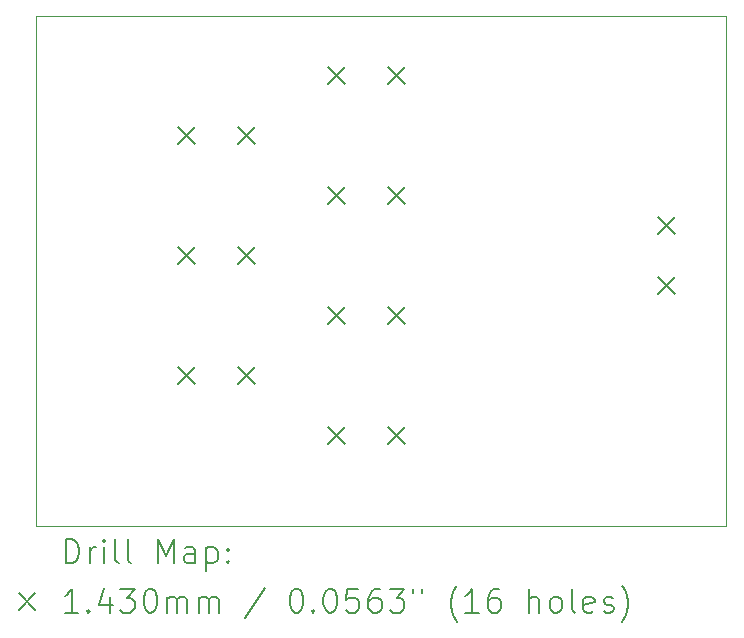
<source format=gbr>
%TF.GenerationSoftware,KiCad,Pcbnew,(6.0.9)*%
%TF.CreationDate,2022-12-20T19:21:58-08:00*%
%TF.ProjectId,light_distribution,6c696768-745f-4646-9973-747269627574,rev?*%
%TF.SameCoordinates,Original*%
%TF.FileFunction,Drillmap*%
%TF.FilePolarity,Positive*%
%FSLAX45Y45*%
G04 Gerber Fmt 4.5, Leading zero omitted, Abs format (unit mm)*
G04 Created by KiCad (PCBNEW (6.0.9)) date 2022-12-20 19:21:58*
%MOMM*%
%LPD*%
G01*
G04 APERTURE LIST*
%ADD10C,0.100000*%
%ADD11C,0.200000*%
%ADD12C,0.143000*%
G04 APERTURE END LIST*
D10*
X10922000Y-7620000D02*
X16764000Y-7620000D01*
X16764000Y-7620000D02*
X16764000Y-11938000D01*
X16764000Y-11938000D02*
X10922000Y-11938000D01*
X10922000Y-11938000D02*
X10922000Y-7620000D01*
D11*
D12*
X12120500Y-8564500D02*
X12263500Y-8707500D01*
X12263500Y-8564500D02*
X12120500Y-8707500D01*
X12120500Y-9580500D02*
X12263500Y-9723500D01*
X12263500Y-9580500D02*
X12120500Y-9723500D01*
X12120500Y-10596500D02*
X12263500Y-10739500D01*
X12263500Y-10596500D02*
X12120500Y-10739500D01*
X12628500Y-8564500D02*
X12771500Y-8707500D01*
X12771500Y-8564500D02*
X12628500Y-8707500D01*
X12628500Y-9580500D02*
X12771500Y-9723500D01*
X12771500Y-9580500D02*
X12628500Y-9723500D01*
X12628500Y-10596500D02*
X12771500Y-10739500D01*
X12771500Y-10596500D02*
X12628500Y-10739500D01*
X13390500Y-8056500D02*
X13533500Y-8199500D01*
X13533500Y-8056500D02*
X13390500Y-8199500D01*
X13390500Y-9072500D02*
X13533500Y-9215500D01*
X13533500Y-9072500D02*
X13390500Y-9215500D01*
X13390500Y-10088500D02*
X13533500Y-10231500D01*
X13533500Y-10088500D02*
X13390500Y-10231500D01*
X13390500Y-11104500D02*
X13533500Y-11247500D01*
X13533500Y-11104500D02*
X13390500Y-11247500D01*
X13898500Y-8056500D02*
X14041500Y-8199500D01*
X14041500Y-8056500D02*
X13898500Y-8199500D01*
X13898500Y-9072500D02*
X14041500Y-9215500D01*
X14041500Y-9072500D02*
X13898500Y-9215500D01*
X13898500Y-10088500D02*
X14041500Y-10231500D01*
X14041500Y-10088500D02*
X13898500Y-10231500D01*
X13898500Y-11104500D02*
X14041500Y-11247500D01*
X14041500Y-11104500D02*
X13898500Y-11247500D01*
X16184500Y-9326500D02*
X16327500Y-9469500D01*
X16327500Y-9326500D02*
X16184500Y-9469500D01*
X16184500Y-9834500D02*
X16327500Y-9977500D01*
X16327500Y-9834500D02*
X16184500Y-9977500D01*
D11*
X11174619Y-12253476D02*
X11174619Y-12053476D01*
X11222238Y-12053476D01*
X11250809Y-12063000D01*
X11269857Y-12082048D01*
X11279381Y-12101095D01*
X11288905Y-12139190D01*
X11288905Y-12167762D01*
X11279381Y-12205857D01*
X11269857Y-12224905D01*
X11250809Y-12243952D01*
X11222238Y-12253476D01*
X11174619Y-12253476D01*
X11374619Y-12253476D02*
X11374619Y-12120143D01*
X11374619Y-12158238D02*
X11384143Y-12139190D01*
X11393667Y-12129667D01*
X11412714Y-12120143D01*
X11431762Y-12120143D01*
X11498428Y-12253476D02*
X11498428Y-12120143D01*
X11498428Y-12053476D02*
X11488905Y-12063000D01*
X11498428Y-12072524D01*
X11507952Y-12063000D01*
X11498428Y-12053476D01*
X11498428Y-12072524D01*
X11622238Y-12253476D02*
X11603190Y-12243952D01*
X11593667Y-12224905D01*
X11593667Y-12053476D01*
X11727000Y-12253476D02*
X11707952Y-12243952D01*
X11698428Y-12224905D01*
X11698428Y-12053476D01*
X11955571Y-12253476D02*
X11955571Y-12053476D01*
X12022238Y-12196333D01*
X12088905Y-12053476D01*
X12088905Y-12253476D01*
X12269857Y-12253476D02*
X12269857Y-12148714D01*
X12260333Y-12129667D01*
X12241286Y-12120143D01*
X12203190Y-12120143D01*
X12184143Y-12129667D01*
X12269857Y-12243952D02*
X12250809Y-12253476D01*
X12203190Y-12253476D01*
X12184143Y-12243952D01*
X12174619Y-12224905D01*
X12174619Y-12205857D01*
X12184143Y-12186809D01*
X12203190Y-12177286D01*
X12250809Y-12177286D01*
X12269857Y-12167762D01*
X12365095Y-12120143D02*
X12365095Y-12320143D01*
X12365095Y-12129667D02*
X12384143Y-12120143D01*
X12422238Y-12120143D01*
X12441286Y-12129667D01*
X12450809Y-12139190D01*
X12460333Y-12158238D01*
X12460333Y-12215381D01*
X12450809Y-12234428D01*
X12441286Y-12243952D01*
X12422238Y-12253476D01*
X12384143Y-12253476D01*
X12365095Y-12243952D01*
X12546048Y-12234428D02*
X12555571Y-12243952D01*
X12546048Y-12253476D01*
X12536524Y-12243952D01*
X12546048Y-12234428D01*
X12546048Y-12253476D01*
X12546048Y-12129667D02*
X12555571Y-12139190D01*
X12546048Y-12148714D01*
X12536524Y-12139190D01*
X12546048Y-12129667D01*
X12546048Y-12148714D01*
D12*
X10774000Y-12511500D02*
X10917000Y-12654500D01*
X10917000Y-12511500D02*
X10774000Y-12654500D01*
D11*
X11279381Y-12673476D02*
X11165095Y-12673476D01*
X11222238Y-12673476D02*
X11222238Y-12473476D01*
X11203190Y-12502048D01*
X11184143Y-12521095D01*
X11165095Y-12530619D01*
X11365095Y-12654428D02*
X11374619Y-12663952D01*
X11365095Y-12673476D01*
X11355571Y-12663952D01*
X11365095Y-12654428D01*
X11365095Y-12673476D01*
X11546048Y-12540143D02*
X11546048Y-12673476D01*
X11498428Y-12463952D02*
X11450809Y-12606809D01*
X11574619Y-12606809D01*
X11631762Y-12473476D02*
X11755571Y-12473476D01*
X11688905Y-12549667D01*
X11717476Y-12549667D01*
X11736524Y-12559190D01*
X11746048Y-12568714D01*
X11755571Y-12587762D01*
X11755571Y-12635381D01*
X11746048Y-12654428D01*
X11736524Y-12663952D01*
X11717476Y-12673476D01*
X11660333Y-12673476D01*
X11641286Y-12663952D01*
X11631762Y-12654428D01*
X11879381Y-12473476D02*
X11898428Y-12473476D01*
X11917476Y-12483000D01*
X11927000Y-12492524D01*
X11936524Y-12511571D01*
X11946048Y-12549667D01*
X11946048Y-12597286D01*
X11936524Y-12635381D01*
X11927000Y-12654428D01*
X11917476Y-12663952D01*
X11898428Y-12673476D01*
X11879381Y-12673476D01*
X11860333Y-12663952D01*
X11850809Y-12654428D01*
X11841286Y-12635381D01*
X11831762Y-12597286D01*
X11831762Y-12549667D01*
X11841286Y-12511571D01*
X11850809Y-12492524D01*
X11860333Y-12483000D01*
X11879381Y-12473476D01*
X12031762Y-12673476D02*
X12031762Y-12540143D01*
X12031762Y-12559190D02*
X12041286Y-12549667D01*
X12060333Y-12540143D01*
X12088905Y-12540143D01*
X12107952Y-12549667D01*
X12117476Y-12568714D01*
X12117476Y-12673476D01*
X12117476Y-12568714D02*
X12127000Y-12549667D01*
X12146048Y-12540143D01*
X12174619Y-12540143D01*
X12193667Y-12549667D01*
X12203190Y-12568714D01*
X12203190Y-12673476D01*
X12298428Y-12673476D02*
X12298428Y-12540143D01*
X12298428Y-12559190D02*
X12307952Y-12549667D01*
X12327000Y-12540143D01*
X12355571Y-12540143D01*
X12374619Y-12549667D01*
X12384143Y-12568714D01*
X12384143Y-12673476D01*
X12384143Y-12568714D02*
X12393667Y-12549667D01*
X12412714Y-12540143D01*
X12441286Y-12540143D01*
X12460333Y-12549667D01*
X12469857Y-12568714D01*
X12469857Y-12673476D01*
X12860333Y-12463952D02*
X12688905Y-12721095D01*
X13117476Y-12473476D02*
X13136524Y-12473476D01*
X13155571Y-12483000D01*
X13165095Y-12492524D01*
X13174619Y-12511571D01*
X13184143Y-12549667D01*
X13184143Y-12597286D01*
X13174619Y-12635381D01*
X13165095Y-12654428D01*
X13155571Y-12663952D01*
X13136524Y-12673476D01*
X13117476Y-12673476D01*
X13098428Y-12663952D01*
X13088905Y-12654428D01*
X13079381Y-12635381D01*
X13069857Y-12597286D01*
X13069857Y-12549667D01*
X13079381Y-12511571D01*
X13088905Y-12492524D01*
X13098428Y-12483000D01*
X13117476Y-12473476D01*
X13269857Y-12654428D02*
X13279381Y-12663952D01*
X13269857Y-12673476D01*
X13260333Y-12663952D01*
X13269857Y-12654428D01*
X13269857Y-12673476D01*
X13403190Y-12473476D02*
X13422238Y-12473476D01*
X13441286Y-12483000D01*
X13450809Y-12492524D01*
X13460333Y-12511571D01*
X13469857Y-12549667D01*
X13469857Y-12597286D01*
X13460333Y-12635381D01*
X13450809Y-12654428D01*
X13441286Y-12663952D01*
X13422238Y-12673476D01*
X13403190Y-12673476D01*
X13384143Y-12663952D01*
X13374619Y-12654428D01*
X13365095Y-12635381D01*
X13355571Y-12597286D01*
X13355571Y-12549667D01*
X13365095Y-12511571D01*
X13374619Y-12492524D01*
X13384143Y-12483000D01*
X13403190Y-12473476D01*
X13650809Y-12473476D02*
X13555571Y-12473476D01*
X13546048Y-12568714D01*
X13555571Y-12559190D01*
X13574619Y-12549667D01*
X13622238Y-12549667D01*
X13641286Y-12559190D01*
X13650809Y-12568714D01*
X13660333Y-12587762D01*
X13660333Y-12635381D01*
X13650809Y-12654428D01*
X13641286Y-12663952D01*
X13622238Y-12673476D01*
X13574619Y-12673476D01*
X13555571Y-12663952D01*
X13546048Y-12654428D01*
X13831762Y-12473476D02*
X13793667Y-12473476D01*
X13774619Y-12483000D01*
X13765095Y-12492524D01*
X13746048Y-12521095D01*
X13736524Y-12559190D01*
X13736524Y-12635381D01*
X13746048Y-12654428D01*
X13755571Y-12663952D01*
X13774619Y-12673476D01*
X13812714Y-12673476D01*
X13831762Y-12663952D01*
X13841286Y-12654428D01*
X13850809Y-12635381D01*
X13850809Y-12587762D01*
X13841286Y-12568714D01*
X13831762Y-12559190D01*
X13812714Y-12549667D01*
X13774619Y-12549667D01*
X13755571Y-12559190D01*
X13746048Y-12568714D01*
X13736524Y-12587762D01*
X13917476Y-12473476D02*
X14041286Y-12473476D01*
X13974619Y-12549667D01*
X14003190Y-12549667D01*
X14022238Y-12559190D01*
X14031762Y-12568714D01*
X14041286Y-12587762D01*
X14041286Y-12635381D01*
X14031762Y-12654428D01*
X14022238Y-12663952D01*
X14003190Y-12673476D01*
X13946048Y-12673476D01*
X13927000Y-12663952D01*
X13917476Y-12654428D01*
X14117476Y-12473476D02*
X14117476Y-12511571D01*
X14193667Y-12473476D02*
X14193667Y-12511571D01*
X14488905Y-12749667D02*
X14479381Y-12740143D01*
X14460333Y-12711571D01*
X14450809Y-12692524D01*
X14441286Y-12663952D01*
X14431762Y-12616333D01*
X14431762Y-12578238D01*
X14441286Y-12530619D01*
X14450809Y-12502048D01*
X14460333Y-12483000D01*
X14479381Y-12454428D01*
X14488905Y-12444905D01*
X14669857Y-12673476D02*
X14555571Y-12673476D01*
X14612714Y-12673476D02*
X14612714Y-12473476D01*
X14593667Y-12502048D01*
X14574619Y-12521095D01*
X14555571Y-12530619D01*
X14841286Y-12473476D02*
X14803190Y-12473476D01*
X14784143Y-12483000D01*
X14774619Y-12492524D01*
X14755571Y-12521095D01*
X14746048Y-12559190D01*
X14746048Y-12635381D01*
X14755571Y-12654428D01*
X14765095Y-12663952D01*
X14784143Y-12673476D01*
X14822238Y-12673476D01*
X14841286Y-12663952D01*
X14850809Y-12654428D01*
X14860333Y-12635381D01*
X14860333Y-12587762D01*
X14850809Y-12568714D01*
X14841286Y-12559190D01*
X14822238Y-12549667D01*
X14784143Y-12549667D01*
X14765095Y-12559190D01*
X14755571Y-12568714D01*
X14746048Y-12587762D01*
X15098428Y-12673476D02*
X15098428Y-12473476D01*
X15184143Y-12673476D02*
X15184143Y-12568714D01*
X15174619Y-12549667D01*
X15155571Y-12540143D01*
X15127000Y-12540143D01*
X15107952Y-12549667D01*
X15098428Y-12559190D01*
X15307952Y-12673476D02*
X15288905Y-12663952D01*
X15279381Y-12654428D01*
X15269857Y-12635381D01*
X15269857Y-12578238D01*
X15279381Y-12559190D01*
X15288905Y-12549667D01*
X15307952Y-12540143D01*
X15336524Y-12540143D01*
X15355571Y-12549667D01*
X15365095Y-12559190D01*
X15374619Y-12578238D01*
X15374619Y-12635381D01*
X15365095Y-12654428D01*
X15355571Y-12663952D01*
X15336524Y-12673476D01*
X15307952Y-12673476D01*
X15488905Y-12673476D02*
X15469857Y-12663952D01*
X15460333Y-12644905D01*
X15460333Y-12473476D01*
X15641286Y-12663952D02*
X15622238Y-12673476D01*
X15584143Y-12673476D01*
X15565095Y-12663952D01*
X15555571Y-12644905D01*
X15555571Y-12568714D01*
X15565095Y-12549667D01*
X15584143Y-12540143D01*
X15622238Y-12540143D01*
X15641286Y-12549667D01*
X15650809Y-12568714D01*
X15650809Y-12587762D01*
X15555571Y-12606809D01*
X15727000Y-12663952D02*
X15746048Y-12673476D01*
X15784143Y-12673476D01*
X15803190Y-12663952D01*
X15812714Y-12644905D01*
X15812714Y-12635381D01*
X15803190Y-12616333D01*
X15784143Y-12606809D01*
X15755571Y-12606809D01*
X15736524Y-12597286D01*
X15727000Y-12578238D01*
X15727000Y-12568714D01*
X15736524Y-12549667D01*
X15755571Y-12540143D01*
X15784143Y-12540143D01*
X15803190Y-12549667D01*
X15879381Y-12749667D02*
X15888905Y-12740143D01*
X15907952Y-12711571D01*
X15917476Y-12692524D01*
X15927000Y-12663952D01*
X15936524Y-12616333D01*
X15936524Y-12578238D01*
X15927000Y-12530619D01*
X15917476Y-12502048D01*
X15907952Y-12483000D01*
X15888905Y-12454428D01*
X15879381Y-12444905D01*
M02*

</source>
